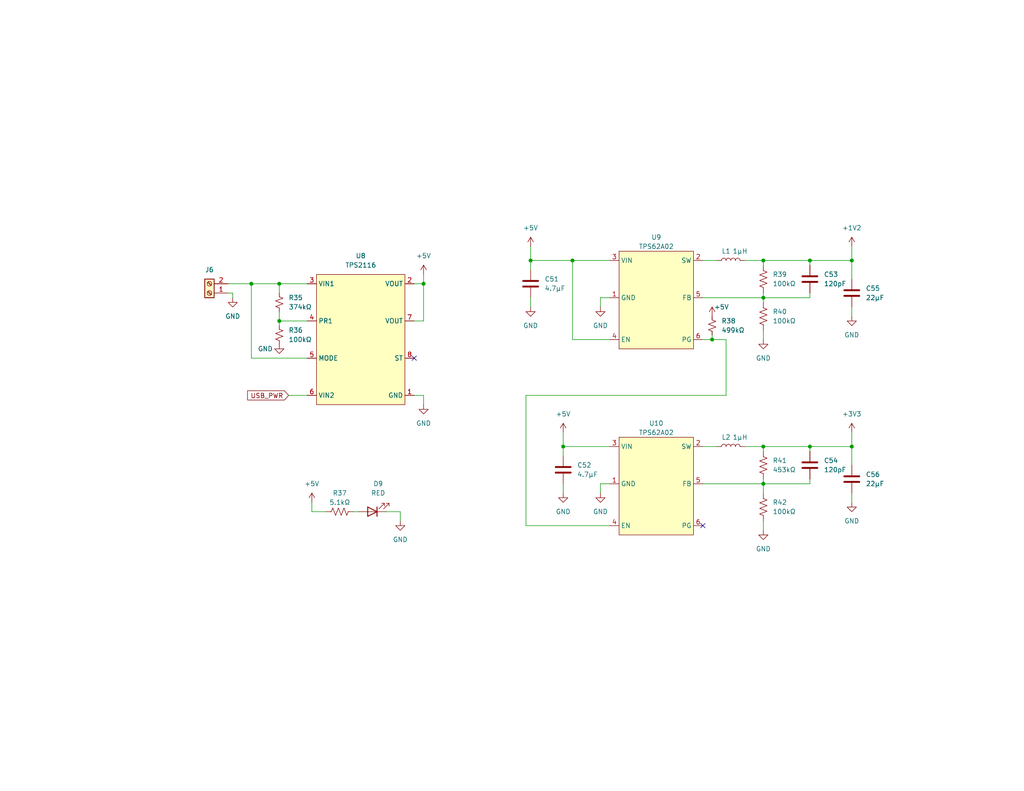
<source format=kicad_sch>
(kicad_sch (version 20230121) (generator eeschema)
  (paper "USLetter")
  (title_block (title "ETH4K") (date "7/28/2023") (rev "1") (company "Theta Machines LLC") (comment 1 "Ryan Stracener") (comment 2 "© 2023, Theta Machines LLC. ") (comment 3 "There is an Important Notice and Disclaimer at the end of this document."))
  (lib_symbols
    (symbol "Connector:Screw_Terminal_01x02" (pin_names (offset 1.016) hide)
      (property "Reference" "J" (at 0 2.54 0))
      (property "Value" "Screw_Terminal_01x02" (at 0 -5.08 0))
      (symbol "Screw_Terminal_01x02_1_1"
        (rectangle (start -1.27 1.27) (end 1.27 -3.81) (stroke (width 0.254)) (fill (type background)))
        (circle (center 0 -2.54) (radius 0.635) (stroke (width 0.1524)))
        (polyline (pts (xy -0.5334 -2.2098) (xy 0.3302 -3.048)) (stroke (width 0.1524)))
        (polyline (pts (xy -0.5334 0.3302) (xy 0.3302 -0.508)) (stroke (width 0.1524)))
        (polyline (pts (xy -0.3556 -2.032) (xy 0.508 -2.8702)) (stroke (width 0.1524)))
        (polyline (pts (xy -0.3556 0.508) (xy 0.508 -0.3302)) (stroke (width 0.1524)))
        (circle (center 0 0) (radius 0.635) (stroke (width 0.1524)))
        (pin passive line (at -5.08 0 0) (length 3.81) (name "Pin_1") (number "1"))
        (pin passive line (at -5.08 -2.54 0) (length 3.81) (name "Pin_2") (number "2"))
      )
    )
    (symbol "Device:C" (pin_numbers hide) (pin_names (offset 0.254))
      (property "Reference" "C" (at 0.635 2.54 0))
      (property "Value" "C" (at 0.635 -2.54 0))
      (symbol "C_0_1"
        (polyline (pts (xy -2.032 -0.762) (xy 2.032 -0.762)) (stroke (width 0.508)))
        (polyline (pts (xy -2.032 0.762) (xy 2.032 0.762)) (stroke (width 0.508)))
      )
      (symbol "C_1_1"
        (pin passive line (at 0 3.81 270) (length 2.794) (name "~") (number "1"))
        (pin passive line (at 0 -3.81 90) (length 2.794) (name "~") (number "2"))
      )
    )
    (symbol "Device:L" (pin_numbers hide) (pin_names (offset 1.016) hide)
      (property "Reference" "L" (at -1.27 0 90))
      (property "Value" "L" (at 1.905 0 90))
      (symbol "L_0_1"
        (arc (start 0 -2.54) (mid 0.6323 -1.905) (end 0 -1.27))
        (arc (start 0 -1.27) (mid 0.6323 -0.635) (end 0 0))
        (arc (start 0 0) (mid 0.6323 0.635) (end 0 1.27))
        (arc (start 0 1.27) (mid 0.6323 1.905) (end 0 2.54))
      )
      (symbol "L_1_1"
        (pin passive line (at 0 3.81 270) (length 1.27) (name "1") (number "1"))
        (pin passive line (at 0 -3.81 90) (length 1.27) (name "2") (number "2"))
      )
    )
    (symbol "Device:LED" (pin_numbers hide) (pin_names (offset 1.016) hide)
      (property "Reference" "D" (at 0 2.54 0))
      (property "Value" "LED" (at 0 -2.54 0))
      (symbol "LED_0_1"
        (polyline (pts (xy -1.27 -1.27) (xy -1.27 1.27)) (stroke (width 0.254)))
        (polyline (pts (xy -1.27 0) (xy 1.27 0)))
        (polyline (pts (xy 1.27 -1.27) (xy 1.27 1.27) (xy -1.27 0) (xy 1.27 -1.27)) (stroke (width 0.254)))
        (polyline (pts (xy -3.048 -0.762) (xy -4.572 -2.286) (xy -3.81 -2.286) (xy -4.572 -2.286) (xy -4.572 -1.524)))
        (polyline (pts (xy -1.778 -0.762) (xy -3.302 -2.286) (xy -2.54 -2.286) (xy -3.302 -2.286) (xy -3.302 -1.524)))
      )
      (symbol "LED_1_1"
        (pin passive line (at -3.81 0 0) (length 2.54) (name "K") (number "1"))
        (pin passive line (at 3.81 0 180) (length 2.54) (name "A") (number "2"))
      )
    )
    (symbol "Device:R_Small_US" (pin_numbers hide) (pin_names (offset 0.254) hide)
      (property "Reference" "R" (at 0.762 0.508 0))
      (property "Value" "R_Small_US" (at 0.762 -1.016 0))
      (symbol "R_Small_US_1_1"
        (polyline (pts (xy 0 0) (xy 1.016 -0.381) (xy 0 -0.762) (xy -1.016 -1.143) (xy 0 -1.524)))
        (polyline (pts (xy 0 1.524) (xy 1.016 1.143) (xy 0 0.762) (xy -1.016 0.381) (xy 0 0)))
        (pin passive line (at 0 2.54 270) (length 1.016) (name "~") (number "1"))
        (pin passive line (at 0 -2.54 90) (length 1.016) (name "~") (number "2"))
      )
    )
    (symbol "Device:R_US" (pin_numbers hide) (pin_names (offset 0))
      (property "Reference" "R" (at 2.54 0 90))
      (property "Value" "R_US" (at -2.54 0 90))
      (symbol "R_US_0_1"
        (polyline (pts (xy 0 -2.286) (xy 0 -2.54)))
        (polyline (pts (xy 0 2.286) (xy 0 2.54)))
        (polyline (pts (xy 0 -0.762) (xy 1.016 -1.143) (xy 0 -1.524) (xy -1.016 -1.905) (xy 0 -2.286)))
        (polyline (pts (xy 0 0.762) (xy 1.016 0.381) (xy 0 0) (xy -1.016 -0.381) (xy 0 -0.762)))
        (polyline (pts (xy 0 2.286) (xy 1.016 1.905) (xy 0 1.524) (xy -1.016 1.143) (xy 0 0.762)))
      )
      (symbol "R_US_1_1"
        (pin passive line (at 0 3.81 270) (length 1.27) (name "~") (number "1"))
        (pin passive line (at 0 -3.81 90) (length 1.27) (name "~") (number "2"))
      )
    )
    (symbol "custom_symbols:TPS2116"
      (property "Reference" "U" (at 0 22.86 0))
      (property "Value" "TPS2116" (at 0 20.32 0))
      (symbol "TPS2116_0_1"
        (rectangle (start -12.7 17.78) (end 11.43 -17.78) (fill (type background)))
      )
      (symbol "TPS2116_1_1"
        (pin input line (at 13.97 -15.24 180) (length 2.54) (name "GND") (number "1"))
        (pin output line (at 13.97 15.24 180) (length 2.54) (name "VOUT") (number "2"))
        (pin input line (at -15.24 15.24 0) (length 2.54) (name "VIN1") (number "3"))
        (pin input line (at -15.24 5.08 0) (length 2.54) (name "PR1") (number "4"))
        (pin input line (at -15.24 -5.08 0) (length 2.54) (name "MODE") (number "5"))
        (pin input line (at -15.24 -15.24 0) (length 2.54) (name "VIN2") (number "6"))
        (pin output line (at 13.97 5.08 180) (length 2.54) (name "VOUT") (number "7"))
        (pin output line (at 13.97 -5.08 180) (length 2.54) (name "ST") (number "8"))
      )
    )
    (symbol "custom_symbols:TPS62A02"
      (property "Reference" "U" (at 0 16.51 0))
      (property "Value" "TPS62A02" (at 0 13.97 0))
      (symbol "TPS62A02_0_1"
        (rectangle (start -10.16 12.7) (end 10.16 -13.97) (fill (type background)))
      )
      (symbol "TPS62A02_1_1"
        (pin input line (at -12.7 0 0) (length 2.54) (name "GND") (number "1"))
        (pin output line (at 12.7 10.16 180) (length 2.54) (name "SW") (number "2"))
        (pin input line (at -12.7 10.16 0) (length 2.54) (name "VIN") (number "3"))
        (pin input line (at -12.7 -11.43 0) (length 2.54) (name "EN") (number "4"))
        (pin input line (at 12.7 0 180) (length 2.54) (name "FB") (number "5"))
        (pin output line (at 12.7 -11.43 180) (length 2.54) (name "PG") (number "6"))
      )
    )
    (symbol "power:+1V2" (power) (pin_names (offset 0))
      (property "Value" "+1V2" (at 0 3.556 0))
      (symbol "+1V2_0_1"
        (polyline (pts (xy -0.762 1.27) (xy 0 2.54)))
        (polyline (pts (xy 0 0) (xy 0 2.54)))
        (polyline (pts (xy 0 2.54) (xy 0.762 1.27)))
      )
      (symbol "+1V2_1_1"
        (pin power_in line (at 0 0 90) (length 0) hide (name "+1V2") (number "1"))
      )
    )
    (symbol "power:+3V3" (power) (pin_names (offset 0))
      (property "Value" "+3V3" (at 0 3.556 0))
      (symbol "+3V3_0_1"
        (polyline (pts (xy -0.762 1.27) (xy 0 2.54)))
        (polyline (pts (xy 0 0) (xy 0 2.54)))
        (polyline (pts (xy 0 2.54) (xy 0.762 1.27)))
      )
      (symbol "+3V3_1_1"
        (pin power_in line (at 0 0 90) (length 0) hide (name "+3V3") (number "1"))
      )
    )
    (symbol "power:+5V" (power) (pin_names (offset 0))
      (property "Value" "+5V" (at 0 3.556 0))
      (symbol "+5V_0_1"
        (polyline (pts (xy -0.762 1.27) (xy 0 2.54)))
        (polyline (pts (xy 0 0) (xy 0 2.54)))
        (polyline (pts (xy 0 2.54) (xy 0.762 1.27)))
      )
      (symbol "+5V_1_1"
        (pin power_in line (at 0 0 90) (length 0) hide (name "+5V") (number "1"))
      )
    )
    (symbol "power:GND" (power) (pin_names (offset 0))
      (property "Value" "GND" (at 0 -3.81 0))
      (symbol "GND_0_1"
        (polyline (pts (xy 0 0) (xy 0 -1.27) (xy 1.27 -1.27) (xy 0 -2.54) (xy -1.27 -1.27) (xy 0 -1.27)))
      )
      (symbol "GND_1_1"
        (pin power_in line (at 0 0 270) (length 0) hide (name "GND") (number "1"))
      )
    )
  )
  (junction (at 153.67 121.92))
  (junction (at 232.41 121.92))
  (junction (at 76.2 87.63))
  (junction (at 115.57 77.47))
  (junction (at 76.2 77.47))
  (junction (at 208.28 132.08))
  (junction (at 156.21 71.12))
  (junction (at 194.31 92.71))
  (junction (at 220.98 121.92))
  (junction (at 208.28 71.12))
  (junction (at 144.78 71.12))
  (junction (at 220.98 71.12))
  (junction (at 232.41 71.12))
  (junction (at 208.28 121.92))
  (junction (at 208.28 81.28))
  (junction (at 68.58 77.47))
  (no_connect (at 113.03 97.79))
  (no_connect (at 191.77 143.51))
  (wire (pts (xy 208.28 121.92) (xy 208.28 123.19)))
  (wire (pts (xy 220.98 121.92) (xy 220.98 123.19)))
  (wire (pts (xy 220.98 71.12) (xy 220.98 72.39)))
  (wire (pts (xy 109.22 139.7) (xy 109.22 142.24)))
  (wire (pts (xy 68.58 97.79) (xy 68.58 77.47)))
  (wire (pts (xy 208.28 132.08) (xy 220.98 132.08)))
  (wire (pts (xy 68.58 77.47) (xy 76.2 77.47)))
  (wire (pts (xy 203.2 121.92) (xy 208.28 121.92)))
  (wire (pts (xy 191.77 92.71) (xy 194.31 92.71)))
  (wire (pts (xy 166.37 92.71) (xy 156.21 92.71)))
  (wire (pts (xy 76.2 77.47) (xy 83.82 77.47)))
  (wire (pts (xy 208.28 71.12) (xy 208.28 72.39)))
  (wire (pts (xy 232.41 71.12) (xy 232.41 67.31)))
  (wire (pts (xy 208.28 81.28) (xy 220.98 81.28)))
  (wire (pts (xy 194.31 91.44) (xy 194.31 92.71)))
  (wire (pts (xy 156.21 71.12) (xy 144.78 71.12)))
  (wire (pts (xy 191.77 121.92) (xy 195.58 121.92)))
  (wire (pts (xy 83.82 87.63) (xy 76.2 87.63)))
  (wire (pts (xy 208.28 80.01) (xy 208.28 81.28)))
  (wire (pts (xy 208.28 81.28) (xy 208.28 82.55)))
  (wire (pts (xy 153.67 121.92) (xy 153.67 124.46)))
  (wire (pts (xy 144.78 67.31) (xy 144.78 71.12)))
  (wire (pts (xy 203.2 71.12) (xy 208.28 71.12)))
  (wire (pts (xy 115.57 77.47) (xy 115.57 74.93)))
  (wire (pts (xy 62.23 80.01) (xy 63.5 80.01)))
  (wire (pts (xy 208.28 132.08) (xy 208.28 134.62)))
  (wire (pts (xy 85.09 137.16) (xy 85.09 139.7)))
  (wire (pts (xy 220.98 81.28) (xy 220.98 80.01)))
  (wire (pts (xy 208.28 71.12) (xy 220.98 71.12)))
  (wire (pts (xy 96.52 139.7) (xy 97.79 139.7)))
  (wire (pts (xy 163.83 132.08) (xy 166.37 132.08)))
  (wire (pts (xy 194.31 92.71) (xy 198.12 92.71)))
  (wire (pts (xy 113.03 77.47) (xy 115.57 77.47)))
  (wire (pts (xy 105.41 139.7) (xy 109.22 139.7)))
  (wire (pts (xy 191.77 71.12) (xy 195.58 71.12)))
  (wire (pts (xy 83.82 97.79) (xy 68.58 97.79)))
  (wire (pts (xy 144.78 71.12) (xy 144.78 73.66)))
  (wire (pts (xy 76.2 85.09) (xy 76.2 87.63)))
  (wire (pts (xy 163.83 134.62) (xy 163.83 132.08)))
  (wire (pts (xy 198.12 92.71) (xy 198.12 107.95)))
  (wire (pts (xy 153.67 121.92) (xy 166.37 121.92)))
  (wire (pts (xy 78.74 107.95) (xy 83.82 107.95)))
  (wire (pts (xy 208.28 130.81) (xy 208.28 132.08)))
  (wire (pts (xy 115.57 87.63) (xy 115.57 77.47)))
  (wire (pts (xy 143.51 143.51) (xy 166.37 143.51)))
  (wire (pts (xy 220.98 71.12) (xy 232.41 71.12)))
  (wire (pts (xy 115.57 107.95) (xy 113.03 107.95)))
  (wire (pts (xy 232.41 71.12) (xy 232.41 76.2)))
  (wire (pts (xy 88.9 139.7) (xy 85.09 139.7)))
  (wire (pts (xy 208.28 142.24) (xy 208.28 144.78)))
  (wire (pts (xy 232.41 83.82) (xy 232.41 86.36)))
  (wire (pts (xy 113.03 87.63) (xy 115.57 87.63)))
  (wire (pts (xy 163.83 83.82) (xy 163.83 81.28)))
  (wire (pts (xy 76.2 87.63) (xy 76.2 88.9)))
  (wire (pts (xy 208.28 90.17) (xy 208.28 92.71)))
  (wire (pts (xy 115.57 110.49) (xy 115.57 107.95)))
  (wire (pts (xy 208.28 121.92) (xy 220.98 121.92)))
  (wire (pts (xy 153.67 118.11) (xy 153.67 121.92)))
  (wire (pts (xy 232.41 134.62) (xy 232.41 137.16)))
  (wire (pts (xy 232.41 121.92) (xy 232.41 127)))
  (wire (pts (xy 220.98 121.92) (xy 232.41 121.92)))
  (wire (pts (xy 76.2 77.47) (xy 76.2 80.01)))
  (wire (pts (xy 144.78 81.28) (xy 144.78 83.82)))
  (wire (pts (xy 153.67 132.08) (xy 153.67 134.62)))
  (wire (pts (xy 198.12 107.95) (xy 143.51 107.95)))
  (wire (pts (xy 191.77 81.28) (xy 208.28 81.28)))
  (wire (pts (xy 62.23 77.47) (xy 68.58 77.47)))
  (wire (pts (xy 191.77 132.08) (xy 208.28 132.08)))
  (wire (pts (xy 63.5 80.01) (xy 63.5 81.28)))
  (wire (pts (xy 143.51 107.95) (xy 143.51 143.51)))
  (wire (pts (xy 232.41 121.92) (xy 232.41 118.11)))
  (wire (pts (xy 220.98 132.08) (xy 220.98 130.81)))
  (wire (pts (xy 156.21 71.12) (xy 166.37 71.12)))
  (wire (pts (xy 156.21 71.12) (xy 156.21 92.71)))
  (wire (pts (xy 163.83 81.28) (xy 166.37 81.28)))
  (global_label "USB_PWR" (shape input) (at 78.74 107.95 180) (property "Intersheetrefs" "${INTERSHEET_REFS}" (effects hide)))
  (symbol (lib_id "power:+5V") (at 144.78 67.31 0) (unit 1)
    (property "Reference" "#PWR0102" (effects hide))
    (property "Value" "+5V" (at 144.78 62.23 0))
  )
  (symbol (lib_id "Device:R_US") (at 208.28 127 0) (unit 1)
    (property "Reference" "R41" (at 210.82 125.7299 0) (effects (justify left)))
    (property "Value" "453kΩ" (at 210.82 128.2699 0) (effects (justify left)))
    (property "Footprint" "Resistor_SMD:R_0603_1608Metric" (effects hide))
  )
  (symbol (lib_id "Device:R_US") (at 208.28 138.43 0) (unit 1)
    (property "Reference" "R42" (at 210.82 137.1599 0) (effects (justify left)))
    (property "Value" "100kΩ" (at 210.82 139.6999 0) (effects (justify left)))
    (property "Footprint" "Resistor_SMD:R_0603_1608Metric" (effects hide))
  )
  (symbol (lib_id "Device:LED") (at 101.6 139.7 180) (unit 1)
    (property "Reference" "D9" (at 103.1875 132.08 0))
    (property "Value" "RED" (at 103.1875 134.62 0))
    (property "Footprint" "LED_SMD:LED_0603_1608Metric" (effects hide))
  )
  (symbol (lib_id "custom_symbols:TPS2116") (at 99.06 92.71 0) (unit 1)
    (property "Reference" "U8" (at 98.425 69.85 0))
    (property "Value" "TPS2116" (at 98.425 72.39 0))
    (property "Footprint" "Custom_Footprints:TPS2116DRLR" (effects hide))
  )
  (symbol (lib_id "power:GND") (at 208.28 92.71 0) (unit 1)
    (property "Reference" "#PWR0109" (effects hide))
    (property "Value" "GND" (at 208.28 97.79 0))
  )
  (symbol (lib_id "power:GND") (at 76.2 93.98 0) (unit 1)
    (property "Reference" "#PWR097" (effects hide))
    (property "Value" "GND" (at 72.39 95.25 0))
  )
  (symbol (lib_id "power:+3V3") (at 232.41 118.11 0) (unit 1)
    (property "Reference" "#PWR0113" (effects hide))
    (property "Value" "+3V3" (at 232.41 113.03 0))
  )
  (symbol (lib_id "Device:R_US") (at 208.28 86.36 0) (unit 1)
    (property "Reference" "R40" (at 210.82 85.0899 0) (effects (justify left)))
    (property "Value" "100kΩ" (at 210.82 87.6299 0) (effects (justify left)))
    (property "Footprint" "Resistor_SMD:R_0603_1608Metric" (effects hide))
  )
  (symbol (lib_id "Device:R_Small_US") (at 76.2 91.44 0) (unit 1)
    (property "Reference" "R36" (at 78.74 90.1699 0) (effects (justify left)))
    (property "Value" "100kΩ" (at 78.74 92.7099 0) (effects (justify left)))
    (property "Footprint" "Resistor_SMD:R_0603_1608Metric" (effects hide))
  )
  (symbol (lib_id "Connector:Screw_Terminal_01x02") (at 57.15 80.01 180) (unit 1)
    (property "Reference" "J6" (at 57.15 73.66 0))
    (property "Value" "Screw_Terminal" (effects hide))
    (property "Footprint" "TerminalBlock:TerminalBlock_bornier-2_P5.08mm" (effects hide))
  )
  (symbol (lib_id "custom_symbols:TPS62A02") (at 179.07 132.08 0) (unit 1)
    (property "Reference" "U10" (at 179.07 115.57 0))
    (property "Value" "TPS62A02" (at 179.07 118.11 0))
    (property "Footprint" "Custom_Footprints:SOT-563" (effects hide))
  )
  (symbol (lib_id "power:+5V") (at 85.09 137.16 0) (unit 1)
    (property "Reference" "#PWR098" (effects hide))
    (property "Value" "+5V" (at 85.09 132.08 0))
  )
  (symbol (lib_id "Device:C") (at 153.67 128.27 0) (unit 1)
    (property "Reference" "C52" (at 157.48 126.9999 0) (effects (justify left)))
    (property "Value" "4.7μF" (at 157.48 129.5399 0) (effects (justify left)))
    (property "Footprint" "Capacitor_SMD:C_0603_1608Metric" (effects hide))
  )
  (symbol (lib_id "Device:C") (at 144.78 77.47 0) (unit 1)
    (property "Reference" "C51" (at 148.59 76.1999 0) (effects (justify left)))
    (property "Value" "4.7μF" (at 148.59 78.7399 0) (effects (justify left)))
    (property "Footprint" "Capacitor_SMD:C_0603_1608Metric" (effects hide))
  )
  (symbol (lib_id "power:GND") (at 163.83 134.62 0) (unit 1)
    (property "Reference" "#PWR0107" (effects hide))
    (property "Value" "GND" (at 163.83 139.7 0))
  )
  (symbol (lib_id "power:+1V2") (at 232.41 67.31 0) (unit 1)
    (property "Reference" "#PWR0111" (effects hide))
    (property "Value" "+1V2" (at 232.41 62.23 0))
  )
  (symbol (lib_id "Device:C") (at 220.98 127 0) (unit 1)
    (property "Reference" "C54" (at 224.79 125.7299 0) (effects (justify left)))
    (property "Value" "120pF" (at 224.79 128.2699 0) (effects (justify left)))
    (property "Footprint" "Capacitor_SMD:C_0603_1608Metric" (effects hide))
  )
  (symbol (lib_id "Device:R_US") (at 92.71 139.7 90) (unit 1)
    (property "Reference" "R37" (at 92.71 134.62 90))
    (property "Value" "5.1kΩ" (at 92.71 137.16 90))
    (property "Footprint" "Resistor_SMD:R_0603_1608Metric" (effects hide))
  )
  (symbol (lib_id "power:+5V") (at 115.57 74.93 0) (unit 1)
    (property "Reference" "#PWR0100" (effects hide))
    (property "Value" "+5V" (at 115.57 69.85 0))
  )
  (symbol (lib_id "power:GND") (at 109.22 142.24 0) (unit 1)
    (property "Reference" "#PWR099" (effects hide))
    (property "Value" "GND" (at 109.22 147.32 0))
  )
  (symbol (lib_id "power:GND") (at 232.41 86.36 0) (unit 1)
    (property "Reference" "#PWR0112" (effects hide))
    (property "Value" "GND" (at 232.41 91.44 0))
  )
  (symbol (lib_id "power:+5V") (at 194.31 86.36 0) (unit 1)
    (property "Reference" "#PWR0108" (effects hide))
    (property "Value" "+5V" (at 196.85 83.82 0))
  )
  (symbol (lib_id "power:GND") (at 163.83 83.82 0) (unit 1)
    (property "Reference" "#PWR0106" (effects hide))
    (property "Value" "GND" (at 163.83 88.9 0))
  )
  (symbol (lib_id "Device:R_Small_US") (at 76.2 82.55 0) (unit 1)
    (property "Reference" "R35" (at 78.74 81.2799 0) (effects (justify left)))
    (property "Value" "374kΩ" (at 78.74 83.8199 0) (effects (justify left)))
    (property "Footprint" "Resistor_SMD:R_0603_1608Metric" (effects hide))
  )
  (symbol (lib_id "Device:C") (at 232.41 130.81 0) (unit 1)
    (property "Reference" "C56" (at 236.22 129.5399 0) (effects (justify left)))
    (property "Value" "22μF" (at 236.22 132.0799 0) (effects (justify left)))
    (property "Footprint" "Capacitor_SMD:C_0603_1608Metric" (effects hide))
  )
  (symbol (lib_id "power:GND") (at 63.5 81.28 0) (unit 1)
    (property "Reference" "#PWR096" (effects hide))
    (property "Value" "GND" (at 63.5 86.36 0))
  )
  (symbol (lib_id "power:GND") (at 232.41 137.16 0) (unit 1)
    (property "Reference" "#PWR0114" (effects hide))
    (property "Value" "GND" (at 232.41 142.24 0))
  )
  (symbol (lib_id "Device:L") (at 199.39 121.92 90) (unit 1)
    (property "Reference" "L2" (at 198.12 119.38 90))
    (property "Value" "1μH" (at 201.93 119.38 90))
    (property "Footprint" "Custom_Footprints:L_2.5x2.0mm" (effects hide))
  )
  (symbol (lib_id "Device:R_Small_US") (at 194.31 88.9 0) (unit 1)
    (property "Reference" "R38" (at 196.85 87.6299 0) (effects (justify left)))
    (property "Value" "499kΩ" (at 196.85 90.1699 0) (effects (justify left)))
    (property "Footprint" "Resistor_SMD:R_0603_1608Metric" (effects hide))
  )
  (symbol (lib_id "Device:L") (at 199.39 71.12 90) (unit 1)
    (property "Reference" "L1" (at 198.12 68.58 90))
    (property "Value" "1μH" (at 201.93 68.58 90))
    (property "Footprint" "Custom_Footprints:L_2.5x2.0mm" (effects hide))
  )
  (symbol (lib_id "Device:C") (at 220.98 76.2 0) (unit 1)
    (property "Reference" "C53" (at 224.79 74.9299 0) (effects (justify left)))
    (property "Value" "120pF" (at 224.79 77.4699 0) (effects (justify left)))
    (property "Footprint" "Capacitor_SMD:C_0603_1608Metric" (effects hide))
  )
  (symbol (lib_id "power:GND") (at 153.67 134.62 0) (unit 1)
    (property "Reference" "#PWR0105" (effects hide))
    (property "Value" "GND" (at 153.67 139.7 0))
  )
  (symbol (lib_id "power:+5V") (at 153.67 118.11 0) (unit 1)
    (property "Reference" "#PWR0104" (effects hide))
    (property "Value" "+5V" (at 153.67 113.03 0))
  )
  (symbol (lib_id "Device:C") (at 232.41 80.01 0) (unit 1)
    (property "Reference" "C55" (at 236.22 78.7399 0) (effects (justify left)))
    (property "Value" "22μF" (at 236.22 81.2799 0) (effects (justify left)))
    (property "Footprint" "Capacitor_SMD:C_0603_1608Metric" (effects hide))
  )
  (symbol (lib_id "custom_symbols:TPS62A02") (at 179.07 81.28 0) (unit 1)
    (property "Reference" "U9" (at 179.07 64.77 0))
    (property "Value" "TPS62A02" (at 179.07 67.31 0))
    (property "Footprint" "Custom_Footprints:SOT-563" (effects hide))
  )
  (symbol (lib_id "power:GND") (at 144.78 83.82 0) (unit 1)
    (property "Reference" "#PWR0103" (effects hide))
    (property "Value" "GND" (at 144.78 88.9 0))
  )
  (symbol (lib_id "power:GND") (at 115.57 110.49 0) (unit 1)
    (property "Reference" "#PWR0101" (effects hide))
    (property "Value" "GND" (at 115.57 115.57 0))
  )
  (symbol (lib_id "Device:R_US") (at 208.28 76.2 0) (unit 1)
    (property "Reference" "R39" (at 210.82 74.9299 0) (effects (justify left)))
    (property "Value" "100kΩ" (at 210.82 77.4699 0) (effects (justify left)))
    (property "Footprint" "Resistor_SMD:R_0603_1608Metric" (effects hide))
  )
  (symbol (lib_id "power:GND") (at 208.28 144.78 0) (unit 1)
    (property "Reference" "#PWR0110" (effects hide))
    (property "Value" "GND" (at 208.28 149.86 0))
  )
)
</source>
